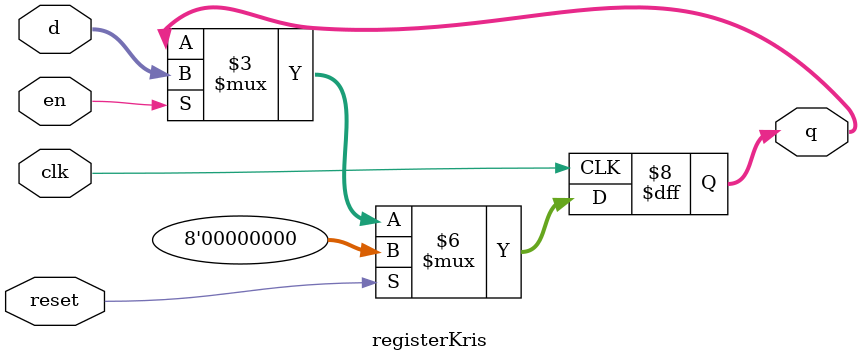
<source format=v>
module registerKris
#(parameter WIDTH = 8)
(
	input clk, reset, en,
	input [(WIDTH-1):0] d,
	output reg [(WIDTH-1):0] q
);

always @(posedge clk) begin

	if (reset) 		q <= 'd0;
	else if (en) 	q <= d;
	else 				q <= q;

end

endmodule

</source>
